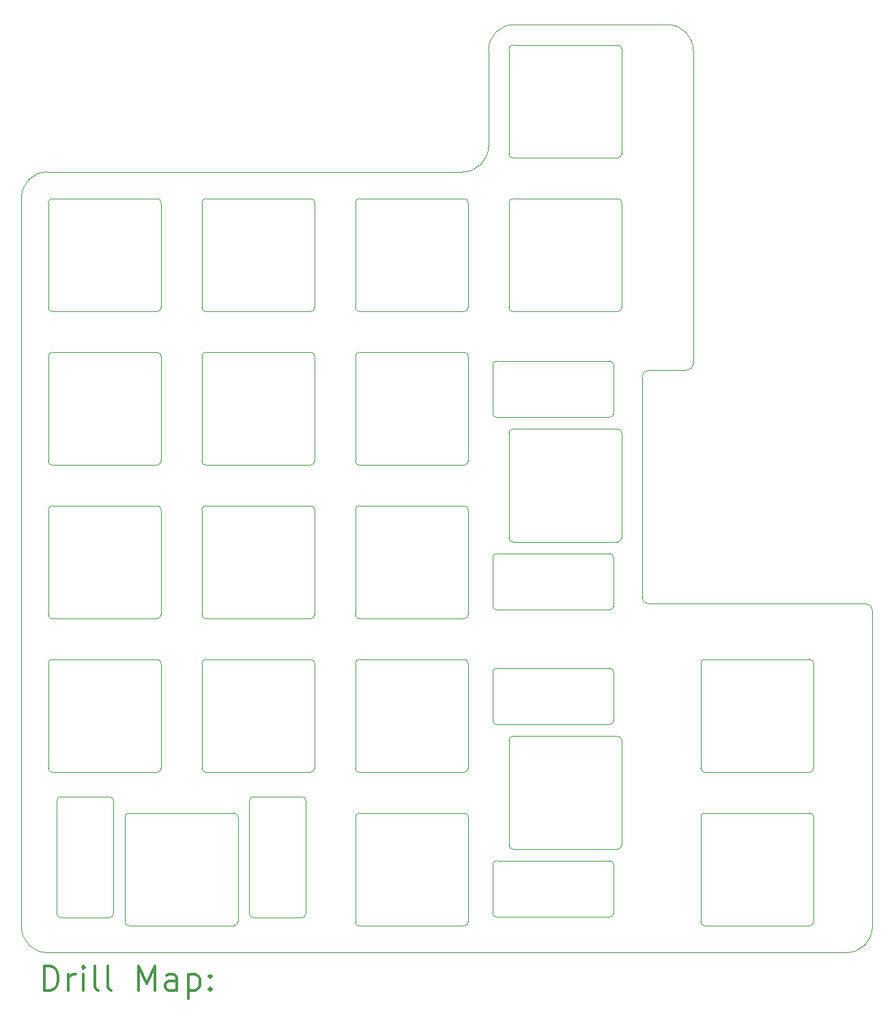
<source format=gbr>
%FSLAX45Y45*%
G04 Gerber Fmt 4.5, Leading zero omitted, Abs format (unit mm)*
G04 Created by KiCad (PCBNEW (5.1.10)-1) date 2021-11-21 23:01:28*
%MOMM*%
%LPD*%
G01*
G04 APERTURE LIST*
%TA.AperFunction,Profile*%
%ADD10C,0.050000*%
%TD*%
%ADD11C,0.200000*%
%ADD12C,0.300000*%
G04 APERTURE END LIST*
D10*
X13969120Y-6032120D02*
X15874000Y-6032120D01*
X15635890Y-10318100D02*
X16112110Y-10318100D01*
X16191480Y-6349600D02*
X16191480Y-10238730D01*
X15556520Y-13135735D02*
X15556520Y-10397470D01*
X15635890Y-13215105D02*
X18334470Y-13215105D01*
X15874000Y-6032120D02*
G75*
G02*
X16191480Y-6349600I0J-317480D01*
G01*
X16191480Y-10238730D02*
G75*
G02*
X16112110Y-10318100I-79370J0D01*
G01*
X15556520Y-10397470D02*
G75*
G02*
X15635890Y-10318100I79370J0D01*
G01*
X18413840Y-13294475D02*
X18413840Y-17223290D01*
X18334470Y-13215105D02*
G75*
G02*
X18413840Y-13294475I0J-79370D01*
G01*
X15635890Y-13215105D02*
G75*
G02*
X15556520Y-13135735I0J79370D01*
G01*
X9589500Y-9539650D02*
G75*
G02*
X9539500Y-9589650I-50000J0D01*
G01*
X8239500Y-8189650D02*
X9539500Y-8189650D01*
X8239500Y-9589650D02*
X9539500Y-9589650D01*
X8189500Y-8239650D02*
G75*
G02*
X8239500Y-8189650I50000J0D01*
G01*
X8239500Y-9589650D02*
G75*
G02*
X8189500Y-9539650I0J50000D01*
G01*
X8189500Y-8239650D02*
X8189500Y-9539650D01*
X9589500Y-8239650D02*
X9589500Y-9539650D01*
X9539500Y-8189650D02*
G75*
G02*
X9589500Y-8239650I0J-50000D01*
G01*
X17685750Y-17159650D02*
G75*
G02*
X17635750Y-17209650I-50000J0D01*
G01*
X16335750Y-17209650D02*
G75*
G02*
X16285750Y-17159650I0J50000D01*
G01*
X17635750Y-15809650D02*
G75*
G02*
X17685750Y-15859650I0J-50000D01*
G01*
X16285750Y-15859650D02*
G75*
G02*
X16335750Y-15809650I50000J0D01*
G01*
X17685750Y-15859650D02*
X17685750Y-17159650D01*
X16285750Y-15859650D02*
X16285750Y-17159650D01*
X16335750Y-17209650D02*
X17635750Y-17209650D01*
X16335750Y-15809650D02*
X17635750Y-15809650D01*
X13399500Y-17159650D02*
G75*
G02*
X13349500Y-17209650I-50000J0D01*
G01*
X12049500Y-17209650D02*
G75*
G02*
X11999500Y-17159650I0J50000D01*
G01*
X13349500Y-15809650D02*
G75*
G02*
X13399500Y-15859650I0J-50000D01*
G01*
X11999500Y-15859650D02*
G75*
G02*
X12049500Y-15809650I50000J0D01*
G01*
X13399500Y-15859650D02*
X13399500Y-17159650D01*
X11999500Y-15859650D02*
X11999500Y-17159650D01*
X12049500Y-17209650D02*
X13349500Y-17209650D01*
X12049500Y-15809650D02*
X13349500Y-15809650D01*
X10685560Y-15658270D02*
G75*
G02*
X10735560Y-15608270I50000J0D01*
G01*
X11335560Y-15608270D02*
G75*
G02*
X11385560Y-15658270I0J-50000D01*
G01*
X10735560Y-17108270D02*
G75*
G02*
X10685560Y-17058270I0J50000D01*
G01*
X11385560Y-17058270D02*
G75*
G02*
X11335560Y-17108270I-50000J0D01*
G01*
X10685560Y-17058270D02*
X10685560Y-15658270D01*
X11385560Y-17058270D02*
X11385560Y-15658270D01*
X11335560Y-15608270D02*
X10735560Y-15608270D01*
X11335560Y-17108270D02*
X10735560Y-17108270D01*
X8297960Y-15658270D02*
G75*
G02*
X8347960Y-15608270I50000J0D01*
G01*
X8947960Y-15608270D02*
G75*
G02*
X8997960Y-15658270I0J-50000D01*
G01*
X8347960Y-17108270D02*
G75*
G02*
X8297960Y-17058270I0J50000D01*
G01*
X8997960Y-17058270D02*
G75*
G02*
X8947960Y-17108270I-50000J0D01*
G01*
X8297960Y-17058270D02*
X8297960Y-15658270D01*
X8997960Y-17058270D02*
X8997960Y-15658270D01*
X8947960Y-15608270D02*
X8347960Y-15608270D01*
X8947960Y-17108270D02*
X8347960Y-17108270D01*
X9141760Y-15858270D02*
G75*
G02*
X9191760Y-15808270I50000J0D01*
G01*
X10491760Y-15808270D02*
G75*
G02*
X10541760Y-15858270I0J-50000D01*
G01*
X9191760Y-17208270D02*
G75*
G02*
X9141760Y-17158270I0J50000D01*
G01*
X10541760Y-17158270D02*
G75*
G02*
X10491760Y-17208270I-50000J0D01*
G01*
X9141760Y-17158270D02*
X9141760Y-15858270D01*
X10541760Y-17158270D02*
X10541760Y-15858270D01*
X10491760Y-15808270D02*
X9191760Y-15808270D01*
X10491760Y-17208270D02*
X9191760Y-17208270D01*
X17685750Y-15254650D02*
G75*
G02*
X17635750Y-15304650I-50000J0D01*
G01*
X16335750Y-15304650D02*
G75*
G02*
X16285750Y-15254650I0J50000D01*
G01*
X17635750Y-13904650D02*
G75*
G02*
X17685750Y-13954650I0J-50000D01*
G01*
X16285750Y-13954650D02*
G75*
G02*
X16335750Y-13904650I50000J0D01*
G01*
X17685750Y-13954650D02*
X17685750Y-15254650D01*
X16285750Y-13954650D02*
X16285750Y-15254650D01*
X16335750Y-15304650D02*
X17635750Y-15304650D01*
X16335750Y-13904650D02*
X17635750Y-13904650D01*
X13754500Y-14713350D02*
G75*
G02*
X13704500Y-14663350I0J50000D01*
G01*
X13704500Y-14063350D02*
G75*
G02*
X13754500Y-14013350I50000J0D01*
G01*
X15204500Y-14663350D02*
G75*
G02*
X15154500Y-14713350I-50000J0D01*
G01*
X15154500Y-14013350D02*
G75*
G02*
X15204500Y-14063350I0J-50000D01*
G01*
X15154500Y-14713350D02*
X13754500Y-14713350D01*
X15154500Y-14013350D02*
X13754500Y-14013350D01*
X13704500Y-14063350D02*
X13704500Y-14663350D01*
X15204500Y-14063350D02*
X15204500Y-14663350D01*
X13754500Y-17100950D02*
G75*
G02*
X13704500Y-17050950I0J50000D01*
G01*
X13704500Y-16450950D02*
G75*
G02*
X13754500Y-16400950I50000J0D01*
G01*
X15204500Y-17050950D02*
G75*
G02*
X15154500Y-17100950I-50000J0D01*
G01*
X15154500Y-16400950D02*
G75*
G02*
X15204500Y-16450950I0J-50000D01*
G01*
X15154500Y-17100950D02*
X13754500Y-17100950D01*
X15154500Y-16400950D02*
X13754500Y-16400950D01*
X13704500Y-16450950D02*
X13704500Y-17050950D01*
X15204500Y-16450950D02*
X15204500Y-17050950D01*
X13954500Y-16257150D02*
G75*
G02*
X13904500Y-16207150I0J50000D01*
G01*
X13904500Y-14907150D02*
G75*
G02*
X13954500Y-14857150I50000J0D01*
G01*
X15304500Y-16207150D02*
G75*
G02*
X15254500Y-16257150I-50000J0D01*
G01*
X15254500Y-14857150D02*
G75*
G02*
X15304500Y-14907150I0J-50000D01*
G01*
X15254500Y-16257150D02*
X13954500Y-16257150D01*
X15254500Y-14857150D02*
X13954500Y-14857150D01*
X13904500Y-14907150D02*
X13904500Y-16207150D01*
X15304500Y-14907150D02*
X15304500Y-16207150D01*
X13399500Y-15254650D02*
G75*
G02*
X13349500Y-15304650I-50000J0D01*
G01*
X12049500Y-15304650D02*
G75*
G02*
X11999500Y-15254650I0J50000D01*
G01*
X13349500Y-13904650D02*
G75*
G02*
X13399500Y-13954650I0J-50000D01*
G01*
X11999500Y-13954650D02*
G75*
G02*
X12049500Y-13904650I50000J0D01*
G01*
X13399500Y-13954650D02*
X13399500Y-15254650D01*
X11999500Y-13954650D02*
X11999500Y-15254650D01*
X12049500Y-15304650D02*
X13349500Y-15304650D01*
X12049500Y-13904650D02*
X13349500Y-13904650D01*
X11494500Y-15254650D02*
G75*
G02*
X11444500Y-15304650I-50000J0D01*
G01*
X10144500Y-15304650D02*
G75*
G02*
X10094500Y-15254650I0J50000D01*
G01*
X11444500Y-13904650D02*
G75*
G02*
X11494500Y-13954650I0J-50000D01*
G01*
X10094500Y-13954650D02*
G75*
G02*
X10144500Y-13904650I50000J0D01*
G01*
X11494500Y-13954650D02*
X11494500Y-15254650D01*
X10094500Y-13954650D02*
X10094500Y-15254650D01*
X10144500Y-15304650D02*
X11444500Y-15304650D01*
X10144500Y-13904650D02*
X11444500Y-13904650D01*
X9589500Y-15254650D02*
G75*
G02*
X9539500Y-15304650I-50000J0D01*
G01*
X8239500Y-15304650D02*
G75*
G02*
X8189500Y-15254650I0J50000D01*
G01*
X9539500Y-13904650D02*
G75*
G02*
X9589500Y-13954650I0J-50000D01*
G01*
X8189500Y-13954650D02*
G75*
G02*
X8239500Y-13904650I50000J0D01*
G01*
X9589500Y-13954650D02*
X9589500Y-15254650D01*
X8189500Y-13954650D02*
X8189500Y-15254650D01*
X8239500Y-15304650D02*
X9539500Y-15304650D01*
X8239500Y-13904650D02*
X9539500Y-13904650D01*
X13399500Y-13349650D02*
G75*
G02*
X13349500Y-13399650I-50000J0D01*
G01*
X12049500Y-13399650D02*
G75*
G02*
X11999500Y-13349650I0J50000D01*
G01*
X13349500Y-11999650D02*
G75*
G02*
X13399500Y-12049650I0J-50000D01*
G01*
X11999500Y-12049650D02*
G75*
G02*
X12049500Y-11999650I50000J0D01*
G01*
X13399500Y-12049650D02*
X13399500Y-13349650D01*
X11999500Y-12049650D02*
X11999500Y-13349650D01*
X12049500Y-13399650D02*
X13349500Y-13399650D01*
X12049500Y-11999650D02*
X13349500Y-11999650D01*
X11494500Y-13349650D02*
G75*
G02*
X11444500Y-13399650I-50000J0D01*
G01*
X10144500Y-13399650D02*
G75*
G02*
X10094500Y-13349650I0J50000D01*
G01*
X11444500Y-11999650D02*
G75*
G02*
X11494500Y-12049650I0J-50000D01*
G01*
X10094500Y-12049650D02*
G75*
G02*
X10144500Y-11999650I50000J0D01*
G01*
X11494500Y-12049650D02*
X11494500Y-13349650D01*
X10094500Y-12049650D02*
X10094500Y-13349650D01*
X10144500Y-13399650D02*
X11444500Y-13399650D01*
X10144500Y-11999650D02*
X11444500Y-11999650D01*
X9589500Y-13349650D02*
G75*
G02*
X9539500Y-13399650I-50000J0D01*
G01*
X8239500Y-13399650D02*
G75*
G02*
X8189500Y-13349650I0J50000D01*
G01*
X9539500Y-11999650D02*
G75*
G02*
X9589500Y-12049650I0J-50000D01*
G01*
X8189500Y-12049650D02*
G75*
G02*
X8239500Y-11999650I50000J0D01*
G01*
X9589500Y-12049650D02*
X9589500Y-13349650D01*
X8189500Y-12049650D02*
X8189500Y-13349650D01*
X8239500Y-13399650D02*
X9539500Y-13399650D01*
X8239500Y-11999650D02*
X9539500Y-11999650D01*
X13754500Y-10903350D02*
G75*
G02*
X13704500Y-10853350I0J50000D01*
G01*
X13704500Y-10253350D02*
G75*
G02*
X13754500Y-10203350I50000J0D01*
G01*
X15204500Y-10853350D02*
G75*
G02*
X15154500Y-10903350I-50000J0D01*
G01*
X15154500Y-10203350D02*
G75*
G02*
X15204500Y-10253350I0J-50000D01*
G01*
X15154500Y-10903350D02*
X13754500Y-10903350D01*
X15154500Y-10203350D02*
X13754500Y-10203350D01*
X13704500Y-10253350D02*
X13704500Y-10853350D01*
X15204500Y-10253350D02*
X15204500Y-10853350D01*
X13754500Y-13290950D02*
G75*
G02*
X13704500Y-13240950I0J50000D01*
G01*
X13704500Y-12640950D02*
G75*
G02*
X13754500Y-12590950I50000J0D01*
G01*
X15204500Y-13240950D02*
G75*
G02*
X15154500Y-13290950I-50000J0D01*
G01*
X15154500Y-12590950D02*
G75*
G02*
X15204500Y-12640950I0J-50000D01*
G01*
X15154500Y-13290950D02*
X13754500Y-13290950D01*
X15154500Y-12590950D02*
X13754500Y-12590950D01*
X13704500Y-12640950D02*
X13704500Y-13240950D01*
X15204500Y-12640950D02*
X15204500Y-13240950D01*
X13954500Y-12447150D02*
G75*
G02*
X13904500Y-12397150I0J50000D01*
G01*
X13904500Y-11097150D02*
G75*
G02*
X13954500Y-11047150I50000J0D01*
G01*
X15304500Y-12397150D02*
G75*
G02*
X15254500Y-12447150I-50000J0D01*
G01*
X15254500Y-11047150D02*
G75*
G02*
X15304500Y-11097150I0J-50000D01*
G01*
X15254500Y-12447150D02*
X13954500Y-12447150D01*
X15254500Y-11047150D02*
X13954500Y-11047150D01*
X13904500Y-11097150D02*
X13904500Y-12397150D01*
X15304500Y-11097150D02*
X15304500Y-12397150D01*
X13399500Y-11444650D02*
G75*
G02*
X13349500Y-11494650I-50000J0D01*
G01*
X12049500Y-11494650D02*
G75*
G02*
X11999500Y-11444650I0J50000D01*
G01*
X13349500Y-10094650D02*
G75*
G02*
X13399500Y-10144650I0J-50000D01*
G01*
X11999500Y-10144650D02*
G75*
G02*
X12049500Y-10094650I50000J0D01*
G01*
X13399500Y-10144650D02*
X13399500Y-11444650D01*
X11999500Y-10144650D02*
X11999500Y-11444650D01*
X12049500Y-11494650D02*
X13349500Y-11494650D01*
X12049500Y-10094650D02*
X13349500Y-10094650D01*
X11494500Y-11444650D02*
G75*
G02*
X11444500Y-11494650I-50000J0D01*
G01*
X10144500Y-11494650D02*
G75*
G02*
X10094500Y-11444650I0J50000D01*
G01*
X11444500Y-10094650D02*
G75*
G02*
X11494500Y-10144650I0J-50000D01*
G01*
X10094500Y-10144650D02*
G75*
G02*
X10144500Y-10094650I50000J0D01*
G01*
X11494500Y-10144650D02*
X11494500Y-11444650D01*
X10094500Y-10144650D02*
X10094500Y-11444650D01*
X10144500Y-11494650D02*
X11444500Y-11494650D01*
X10144500Y-10094650D02*
X11444500Y-10094650D01*
X9589500Y-11444650D02*
G75*
G02*
X9539500Y-11494650I-50000J0D01*
G01*
X8239500Y-11494650D02*
G75*
G02*
X8189500Y-11444650I0J50000D01*
G01*
X9539500Y-10094650D02*
G75*
G02*
X9589500Y-10144650I0J-50000D01*
G01*
X8189500Y-10144650D02*
G75*
G02*
X8239500Y-10094650I50000J0D01*
G01*
X9589500Y-10144650D02*
X9589500Y-11444650D01*
X8189500Y-10144650D02*
X8189500Y-11444650D01*
X8239500Y-11494650D02*
X9539500Y-11494650D01*
X8239500Y-10094650D02*
X9539500Y-10094650D01*
X15304500Y-9539650D02*
G75*
G02*
X15254500Y-9589650I-50000J0D01*
G01*
X13954500Y-9589650D02*
G75*
G02*
X13904500Y-9539650I0J50000D01*
G01*
X15254500Y-8189650D02*
G75*
G02*
X15304500Y-8239650I0J-50000D01*
G01*
X13904500Y-8239650D02*
G75*
G02*
X13954500Y-8189650I50000J0D01*
G01*
X15304500Y-8239650D02*
X15304500Y-9539650D01*
X13904500Y-8239650D02*
X13904500Y-9539650D01*
X13954500Y-9589650D02*
X15254500Y-9589650D01*
X13954500Y-8189650D02*
X15254500Y-8189650D01*
X13399500Y-9539650D02*
G75*
G02*
X13349500Y-9589650I-50000J0D01*
G01*
X12049500Y-9589650D02*
G75*
G02*
X11999500Y-9539650I0J50000D01*
G01*
X13349500Y-8189650D02*
G75*
G02*
X13399500Y-8239650I0J-50000D01*
G01*
X11999500Y-8239650D02*
G75*
G02*
X12049500Y-8189650I50000J0D01*
G01*
X13399500Y-8239650D02*
X13399500Y-9539650D01*
X11999500Y-8239650D02*
X11999500Y-9539650D01*
X12049500Y-9589650D02*
X13349500Y-9589650D01*
X12049500Y-8189650D02*
X13349500Y-8189650D01*
X11494500Y-9539650D02*
G75*
G02*
X11444500Y-9589650I-50000J0D01*
G01*
X10144500Y-9589650D02*
G75*
G02*
X10094500Y-9539650I0J50000D01*
G01*
X11444500Y-8189650D02*
G75*
G02*
X11494500Y-8239650I0J-50000D01*
G01*
X10094500Y-8239650D02*
G75*
G02*
X10144500Y-8189650I50000J0D01*
G01*
X11494500Y-8239650D02*
X11494500Y-9539650D01*
X10094500Y-8239650D02*
X10094500Y-9539650D01*
X10144500Y-9589650D02*
X11444500Y-9589650D01*
X10144500Y-8189650D02*
X11444500Y-8189650D01*
X15304500Y-7634620D02*
G75*
G02*
X15254500Y-7684620I-50000J0D01*
G01*
X13954500Y-7684620D02*
G75*
G02*
X13904500Y-7634620I0J50000D01*
G01*
X15254500Y-6284620D02*
G75*
G02*
X15304500Y-6334620I0J-50000D01*
G01*
X13904500Y-6334620D02*
G75*
G02*
X13954500Y-6284620I50000J0D01*
G01*
X15304500Y-6334620D02*
X15304500Y-7634620D01*
X13904500Y-6334620D02*
X13904500Y-7634620D01*
X13954500Y-7684620D02*
X15254500Y-7684620D01*
X13954500Y-6284620D02*
X15254500Y-6284620D01*
X8175110Y-17540770D02*
X18096360Y-17540770D01*
X7857630Y-8175110D02*
X7857630Y-17223290D01*
X13334160Y-7857630D02*
X8175110Y-7857630D01*
X13651640Y-6349600D02*
X13651640Y-7540150D01*
X13651640Y-6349600D02*
G75*
G02*
X13969120Y-6032120I317480J0D01*
G01*
X13651640Y-7540150D02*
G75*
G02*
X13334160Y-7857630I-317480J0D01*
G01*
X18413840Y-17223290D02*
G75*
G02*
X18096360Y-17540770I-317480J0D01*
G01*
X8175110Y-17540770D02*
G75*
G02*
X7857630Y-17223290I0J317480D01*
G01*
X7857630Y-8175110D02*
G75*
G02*
X8175110Y-7857630I317480J0D01*
G01*
D11*
D12*
X8141558Y-18008984D02*
X8141558Y-17708984D01*
X8212987Y-17708984D01*
X8255844Y-17723270D01*
X8284416Y-17751842D01*
X8298701Y-17780413D01*
X8312987Y-17837556D01*
X8312987Y-17880413D01*
X8298701Y-17937556D01*
X8284416Y-17966127D01*
X8255844Y-17994699D01*
X8212987Y-18008984D01*
X8141558Y-18008984D01*
X8441558Y-18008984D02*
X8441558Y-17808984D01*
X8441558Y-17866127D02*
X8455844Y-17837556D01*
X8470130Y-17823270D01*
X8498701Y-17808984D01*
X8527273Y-17808984D01*
X8627273Y-18008984D02*
X8627273Y-17808984D01*
X8627273Y-17708984D02*
X8612987Y-17723270D01*
X8627273Y-17737556D01*
X8641558Y-17723270D01*
X8627273Y-17708984D01*
X8627273Y-17737556D01*
X8812987Y-18008984D02*
X8784416Y-17994699D01*
X8770130Y-17966127D01*
X8770130Y-17708984D01*
X8970130Y-18008984D02*
X8941558Y-17994699D01*
X8927273Y-17966127D01*
X8927273Y-17708984D01*
X9312987Y-18008984D02*
X9312987Y-17708984D01*
X9412987Y-17923270D01*
X9512987Y-17708984D01*
X9512987Y-18008984D01*
X9784416Y-18008984D02*
X9784416Y-17851842D01*
X9770130Y-17823270D01*
X9741558Y-17808984D01*
X9684416Y-17808984D01*
X9655844Y-17823270D01*
X9784416Y-17994699D02*
X9755844Y-18008984D01*
X9684416Y-18008984D01*
X9655844Y-17994699D01*
X9641558Y-17966127D01*
X9641558Y-17937556D01*
X9655844Y-17908984D01*
X9684416Y-17894699D01*
X9755844Y-17894699D01*
X9784416Y-17880413D01*
X9927273Y-17808984D02*
X9927273Y-18108984D01*
X9927273Y-17823270D02*
X9955844Y-17808984D01*
X10012987Y-17808984D01*
X10041558Y-17823270D01*
X10055844Y-17837556D01*
X10070130Y-17866127D01*
X10070130Y-17951842D01*
X10055844Y-17980413D01*
X10041558Y-17994699D01*
X10012987Y-18008984D01*
X9955844Y-18008984D01*
X9927273Y-17994699D01*
X10198701Y-17980413D02*
X10212987Y-17994699D01*
X10198701Y-18008984D01*
X10184416Y-17994699D01*
X10198701Y-17980413D01*
X10198701Y-18008984D01*
X10198701Y-17823270D02*
X10212987Y-17837556D01*
X10198701Y-17851842D01*
X10184416Y-17837556D01*
X10198701Y-17823270D01*
X10198701Y-17851842D01*
M02*

</source>
